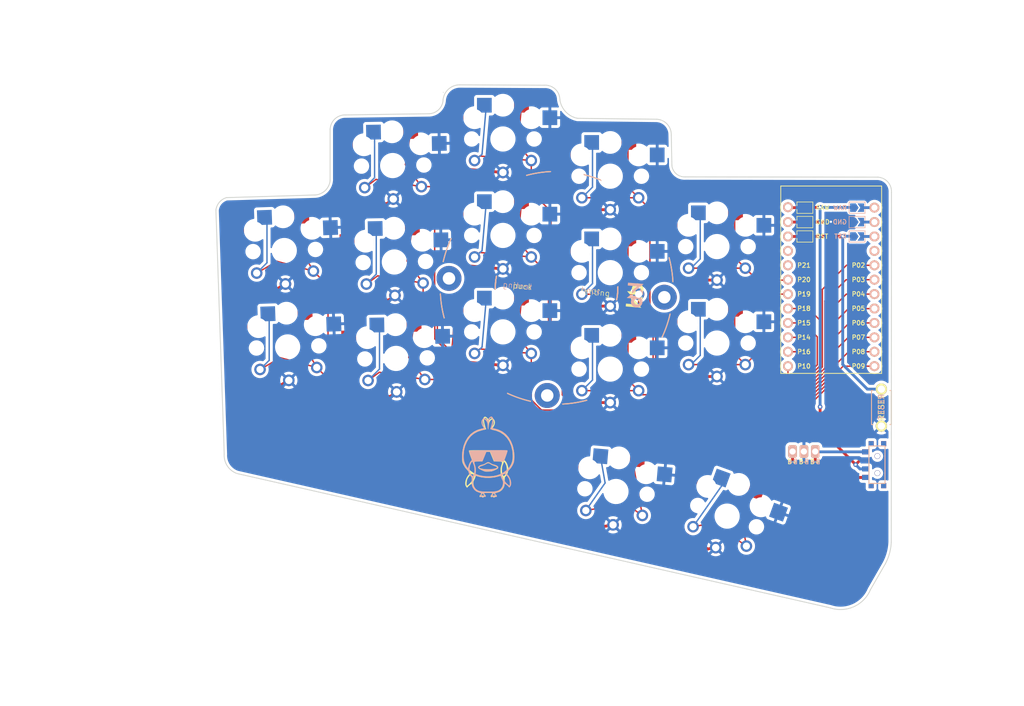
<source format=kicad_pcb>
(kicad_pcb (version 20211014) (generator pcbnew)
  (title_block (title "board") (rev "v1.0.0") (company "Unknown"))
  (layers (0 "F.Cu" signal) (31 "B.Cu" signal) (34 "B.Paste" user) (35 "F.Paste" user) (36 "B.SilkS" user "B.Silkscreen") (37 "F.SilkS" user "F.Silkscreen") (38 "B.Mask" user) (39 "F.Mask" user) (44 "Edge.Cuts" user))
  (net 0 "")
  (net 1 "P6")
  (net 2 "GND")
  (net 3 "P5")
  (net 4 "P4")
  (net 5 "P3")
  (net 6 "P2")
  (net 7 "P18")
  (net 8 "P15")
  (net 9 "P14")
  (net 10 "P16")
  (net 11 "P10")
  (net 12 "P19")
  (net 13 "P20")
  (net 14 "P21")
  (net 15 "P7")
  (net 16 "P8")
  (net 17 "P9")
  (net 18 "RAW")
  (net 19 "RST")
  (net 20 "Braw")
  (footprint "E73:SPDT_C128955" (layer "F.Cu") (at 162.50014 -55.844619 -90)
    (fp_text reference "T1" hide)
    (fp_text value "" hide)
  )
  (footprint "lib:bat" (layer "F.Cu") (at 149.545396 -58.163682)
    (fp_text reference "PAD1" hide)
    (fp_text value "" hide)
  )
  (footprint "kbd:ResetSW" (layer "F.Cu") (at 163.203191 -65.902519 90)
    (fp_text reference "B1" hide)
    (fp_text value "")
  )
  (footprint "PG1350" (layer "F.Cu") (at 77.063348 -108.562663 1)
    (fp_text reference "S11" hide)
    (fp_text value "" hide)
  )
  (footprint "PG1350" (layer "F.Cu") (at 136.010417 -46.770669 160)
    (fp_text reference "S34" hide)
    (fp_text value "" hide)
  )
  (footprint "PG1350" (layer "F.Cu") (at 96.495817 -96.246989)
    (fp_text reference "S15" hide)
    (fp_text value "" hide)
  )
  (footprint "PG1350" (layer "F.Cu") (at 115.411087 -89.686017)
    (fp_text reference "S21" hide)
    (fp_text value "" hide)
  )
  (footprint "PG1350" (layer "F.Cu") (at 77.656732 -74.567842 -179)
    (fp_text reference "S8" hide)
    (fp_text value "" hide)
  )
  (footprint "PG1350" (layer "F.Cu") (at 96.495817 -79.246989 180)
    (fp_text reference "S14" hide)
    (fp_text value "" hide)
  )
  (footprint "PG1350" (layer "F.Cu") (at 115.411087 -72.686017 180)
    (fp_text reference "S20" hide)
    (fp_text value "" hide)
  )
  (footprint "PG1350" (layer "F.Cu") (at 134.21828 -77.278852 180)
    (fp_text reference "S28" hide)
    (fp_text value "" hide)
  )
  (footprint "PG1350" (layer "F.Cu") (at 134.21828 -94.278852)
    (fp_text reference "S29" hide)
    (fp_text value "" hide)
  )
  (footprint "LOGO" (layer "F.Cu") (at 93.819755 -55.859733)
    (fp_text reference "G***" hide)
    (fp_text value "LOGO" hide)
  )
  (footprint "PG1350" (layer "F.Cu") (at 136.010417 -46.770669 -20)
    (fp_text reference "S33" hide)
    (fp_text value "" hide)
  )
  (footprint "PG1350" (layer "F.Cu") (at 77.656732 -74.567842 1)
    (fp_text reference "S7" hide)
    (fp_text value "" hide)
  )
  (footprint "E73:SPDT_C128955" (layer "F.Cu") (at 162.50014 -55.844619 -90)
    (fp_text reference "T2" hide)
    (fp_text value "" hide)
  )
  (footprint "PG1350" (layer "F.Cu") (at 57.955529 -93.584341 2)
    (fp_text reference "S5" hide)
    (fp_text value "" hide)
  )
  (footprint "PG1350" (layer "F.Cu") (at 134.21828 -77.278852)
    (fp_text reference "S27" hide)
    (fp_text value "" hide)
  )
  (footprint "PG1350" (layer "F.Cu") (at 77.36004 -91.565253 1)
    (fp_text reference "S9" hide)
    (fp_text value "" hide)
  )
  (footprint "PG1350" (layer "F.Cu") (at 96.495817 -96.246989 180)
    (fp_text reference "S16" hide)
    (fp_text value "" hide)
  )
  (footprint "PG1350" (layer "F.Cu") (at 134.21828 -94.278852 180)
    (fp_text reference "S30" hide)
    (fp_text value "" hide)
  )
  (footprint "PG1350" (layer "F.Cu") (at 96.495817 -79.246989)
    (fp_text reference "S13" hide)
    (fp_text value "" hide)
  )
  (footprint "PG1350" (layer "F.Cu") (at 115.411087 -106.686017 180)
    (fp_text reference "S24" hide)
    (fp_text value "" hide)
  )
  (footprint "PG1350" (layer "F.Cu") (at 96.495818 -113.246989)
    (fp_text reference "S17" hide)
    (fp_text value "" hide)
  )
  (footprint "PG1350" (layer "F.Cu") (at 58.54882 -76.594695 -178)
    (fp_text reference "S4" hide)
    (fp_text value "" hide)
  )
  (footprint "PG1350" (layer "F.Cu") (at 77.36004 -91.565253 -179)
    (fp_text reference "S10" hide)
    (fp_text value "" hide)
  )
  (footprint "PG1350" (layer "F.Cu") (at 115.411087 -89.686017 180)
    (fp_text reference "S22" hide)
    (fp_text value "" hide)
  )
  (footprint "PG1350" (layer "F.Cu") (at 116.421084 -51.11352 -5)
    (fp_text reference "S31" hide)
    (fp_text value "" hide)
  )
  (footprint "ProMicro" (layer "F.Cu") (at 154.357213 -87.172542 -90)
    (fp_text reference "MCU1" hide)
    (fp_text value "" hide)
  )
  (footprint "PG1350" (layer "F.Cu") (at 58.54882 -76.594695 2)
    (fp_text reference "S3" hide)
    (fp_text value "" hide)
  )
  (footprint "PG1350" (layer "F.Cu") (at 116.421084 -51.11352 175)
    (fp_text reference "S32" hide)
    (fp_text value "" hide)
  )
  (footprint "Alaa:Tenting_Puck_3_Holes" (layer "F.Cu") (at 105.965785 -87.013971 85)
    (fp_text reference "REF**")
    (fp_text value "Tenting Puck")
  )
  (footprint "PG1350" (layer "F.Cu") (at 77.063348 -108.562663 -179)
    (fp_text reference "S12" hide)
    (fp_text value "" hide)
  )
  (footprint "PG1350" (layer "F.Cu") (at 115.411087 -106.686017)
    (fp_text reference "S23" hide)
    (fp_text value "" hide)
  )
  (footprint "PG1350" (layer "F.Cu") (at 57.955529 -93.584341 -178)
    (fp_text reference "S6" hide)
    (fp_text value "" hide)
  )
  (footprint "PG1350" (layer "F.Cu") (at 115.411087 -72.686017)
    (fp_text reference "S19" hide)
    (fp_text value "" hide)
  )
  (footprint "PG1350" (layer "F.Cu") (at 96.495818 -113.246989 180)
    (fp_text reference "S18" hide)
    (fp_text value "" hide)
  )
  (footprint "LOGO" (layer "B.Cu") (at 93.98 -55.88 180)
    (fp_text reference "G***" hide)
    (fp_text value "LOGO" hide)
  )
  (gr_line (start 68.760709 -117.48876) (end 83.499889 -117.70082) (layer "Edge.Cuts") (width 0.15))
  (gr_arc (start 123.633938 -116.727707) (mid 125.468731 -115.844155) (end 126.173938 -113.933707) (layer "Edge.Cuts") (width 0.15))
  (gr_arc (start 45.903154 -100.692675) (mid 46.504256 -102.087602) (end 47.778238 -102.914716) (layer "Edge.Cuts") (width 0.15))
  (gr_line (start 47.778238 -102.914716) (end 63.378038 -103.378028) (layer "Edge.Cuts") (width 0.15))
  (gr_line (start 109.640342 -116.893075) (end 123.633938 -116.727707) (layer "Edge.Cuts") (width 0.15))
  (gr_arc (start 109.640342 -116.893075) (mid 107.566014 -118.036124) (end 106.534791 -120.168254) (layer "Edge.Cuts") (width 0.15))
  (gr_line (start 162.601024 -106.517136) (end 128.620269 -106.570579) (layer "Edge.Cuts") (width 0.15))
  (gr_arc (start 128.620269 -106.570579) (mid 127.041627 -107.111307) (end 126.278191 -108.591103) (layer "Edge.Cuts") (width 0.15))
  (gr_line (start 88.862297 -122.794691) (end 103.766218 -122.722334) (layer "Edge.Cuts") (width 0.15))
  (gr_arc (start 161.293836 -33.836882) (mid 158.364775 -30.813204) (end 154.160162 -30.605326) (layer "Edge.Cuts") (width 0.15))
  (gr_line (start 154.160162 -30.605326) (end 49.653109 -54.268601) (layer "Edge.Cuts") (width 0.15))
  (gr_line (start 45.903154 -100.692675) (end 47.370368 -57.714638) (layer "Edge.Cuts") (width 0.15))
  (gr_arc (start 49.653109 -54.268601) (mid 47.925663 -55.603388) (end 47.370368 -57.714638) (layer "Edge.Cuts") (width 0.15))
  (gr_arc (start 164.948263 -42.16671) (mid 164.641092 -40.215116) (end 163.908833 -38.380214) (layer "Edge.Cuts") (width 0.15))
  (gr_line (start 85.98719 -121.474863) (end 85.98719 -121.474863) (layer "Edge.Cuts") (width 0.15))
  (gr_arc (start 66.039663 -106.014304) (mid 65.207976 -104.192241) (end 63.378038 -103.378028) (layer "Edge.Cuts") (width 0.15))
  (gr_line (start 164.948263 -42.16671) (end 164.982296 -103.812548) (layer "Edge.Cuts") (width 0.15))
  (gr_arc (start 103.766218 -122.722334) (mid 105.706117 -122.047549) (end 106.534791 -120.168254) (layer "Edge.Cuts") (width 0.15))
  (gr_line (start 161.293836 -33.836882) (end 163.908833 -38.380214) (layer "Edge.Cuts") (width 0.15))
  (gr_line (start 66.039663 -114.976857) (end 66.039663 -106.014304) (layer "Edge.Cuts") (width 0.15))
  (gr_arc (start 85.948006 -120.207771) (mid 85.221589 -118.47165) (end 83.499889 -117.70082) (layer "Edge.Cuts") (width 0.15))
  (gr_line (start 126.278191 -108.591103) (end 126.173938 -113.933707) (layer "Edge.Cuts") (width 0.15))
  (gr_arc (start 162.601024 -106.517136) (mid 164.353984 -105.659944) (end 164.982296 -103.812548) (layer "Edge.Cuts") (width 0.15))
  (gr_arc (start 66.039663 -114.976857) (mid 66.885307 -116.79055) (end 68.760709 -117.48876) (layer "Edge.Cuts") (width 0.15))
  (gr_arc (start 85.948006 -120.207771) (mid 86.918958 -122.048954) (end 88.862297 -122.794691) (layer "Edge.Cuts") (width 0.15))
  (segment (start 161.977213 -80.822542) (end 157.527339 -80.822542) (width 0.25) (layer "F.Cu") (net 1))
  (segment (start 63.085101 -89.961153) (end 56.672 -91.679537) (width 0.25) (layer "F.Cu") (net 1))
  (segment (start 61.020881 -99.645012) (end 59.902943 -95.47281) (width 0.25) (layer "F.Cu") (net 1))
  (segment (start 124.592825 -65.010791) (end 121.686138 -62.104105) (width 0.25) (layer "F.Cu") (net 1))
  (segment (start 56.672 -91.679537) (end 53.091193 -89.612157) (width 0.25) (layer "F.Cu") (net 1))
  (segment (start 59.902943 -95.47281) (end 63.085101 -89.961153) (width 0.25) (layer "F.Cu") (net 1))
  (segment (start 157.527339 -80.822542) (end 154.628374 -77.923577) (width 0.25) (layer "F.Cu") (net 1))
  (segment (start 147.293059 -65.010791) (end 124.592825 -65.010791) (width 0.25) (layer "F.Cu") (net 1))
  (segment (start 108.250914 -63.666865) (end 102.561997 -63.666865) (width 0.25) (layer "F.Cu") (net 1))
  (segment (start 154.628374 -77.923577) (end 154.628374 -72.346106) (width 0.25) (layer "F.Cu") (net 1))
  (segment (start 71.49675 -65.788867) (end 65.666218 -71.6194) (width 0.25) (layer "F.Cu") (net 1))
  (segment (start 65.666218 -71.6194) (end 65.666218 -87.380036) (width 0.25) (layer "F.Cu") (net 1))
  (segment (start 109.813674 -62.104105) (end 108.250914 -63.666865) (width 0.25) (layer "F.Cu") (net 1))
  (segment (start 154.628374 -72.346106) (end 147.293059 -65.010791) (width 0.25) (layer "F.Cu") (net 1))
  (segment (start 102.561997 -63.666865) (end 100.432043 -65.796819) (width 0.25) (layer "F.Cu") (net 1))
  (segment (start 100.432043 -65.796819) (end 87.231438 -65.796819) (width 0.25) (layer "F.Cu") (net 1))
  (segment (start 87.223486 -65.788867) (end 71.49675 -65.788867) (width 0.25) (layer "F.Cu") (net 1))
  (segment (start 87.231438 -65.796819) (end 87.223486 -65.788867) (width 0.25) (layer "F.Cu") (net 1))
  (segment (start 121.686138 -62.104105) (end 109.813674 -62.104105) (width 0.25) (layer "F.Cu") (net 1))
  (segment (start 65.666218 -87.380036) (end 63.085101 -89.961153) (width 0.25) (layer "F.Cu") (net 1))
  (segment (start 54.90704 -91.428005) (end 53.091193 -89.612158) (width 0.25) (layer "B.Cu") (net 1))
  (segment (start 54.90704 -98.984253) (end 54.90704 -91.428005) (width 0.25) (layer "B.Cu") (net 1))
  (segment (start 54.474872 -99.416421) (end 54.90704 -98.984253) (width 0.25) (layer "B.Cu") (net 1))
  (segment (start 69.265448 -110.482908) (end 68.60196 -111.396121) (width 0.5) (layer "F.Cu") (net 2))
  (segment (start 96.495817 -73.346988) (end 90.063534 -73.90974) (width 0.5) (layer "F.Cu") (net 2))
  (segment (start 134.21828 -88.378852) (end 127.851901 -88.378852) (width 0.5) (layer "F.Cu") (net 2))
  (segment (start 68.54279 -105.920223) (end 69.265448 -110.482908) (width 0.5) (layer "F.Cu") (net 2))
  (segment (start 128.490798 -71.378852) (end 125.94328 -73.92637) (width 0.5) (layer "F.Cu") (net 2))
  (segment (start 77.463009 -85.666151) (end 76.300581 -84.821598) (width 0.5) (layer "F.Cu") (net 2))
  (segment (start 125.94328 -90.287473) (end 125.94328 -98.028852) (width 0.5) (layer "F.Cu") (net 2))
  (segment (start 68.60196 -111.396121) (end 68.724162 -112.167674) (width 0.5) (layer "F.Cu") (net 2))
  (segment (start 70.939751 -102.62109) (end 68.54279 -105.920223) (width 0.5) (layer "F.Cu") (net 2))
  (segment (start 76.300581 -84.821598) (end 70.510508 -85.738655) (width 0.5) (layer "F.Cu") (net 2))
  (segment (start 107.989666 -75.582438) (end 107.136087 -76.436017) (width 0.5) (layer "F.Cu") (net 2))
  (segment (start 71.178441 -68.682446) (end 68.416507 -72.483922) (width 0.5) (layer "F.Cu") (net 2))
  (segment (start 90.063534 -73.90974) (end 87.674843 -76.756471) (width 0.5) (layer "F.Cu") (net 2))
  (segment (start 50.797124 -78.169754) (end 50.008985 -79.534853) (width 0.5) (layer "F.Cu") (net 2))
  (segment (start 128.386883 -43.911271) (end 127.316454 -49.981975) (width 0.5) (layer "F.Cu") (net 2))
  (segment (start 109.079387 -46.196962) (end 107.643404 -54.340825) (width 0.5) (layer "F.Cu") (net 2))
  (segment (start 115.411087 -66.786017) (end 109.81576 -66.786017) (width 0.5) (layer "F.Cu") (net 2))
  (segment (start 58.754726 -70.698291) (end 57.1119 -69.749804) (width 0.5) (layer "F.Cu") (net 2))
  (segment (start 76.597272 -67.824186) (end 71.178441 -68.682446) (width 0.5) (layer "F.Cu") (net 2))
  (segment (start 109.81576 -66.786017) (end 107.989666 -68.612111) (width 0.5) (layer "F.Cu") (net 2))
  (segment (start 115.411087 -83.786017) (end 108.973745 -83.786017) (width 0.5) (layer "F.Cu") (net 2))
  (segment (start 77.7597 -68.66874) (end 76.597272 -67.824186) (width 0.5) (layer "F.Cu") (net 2))
  (segment (start 57.1119 -69.749804) (end 52.225845 -71.059019) (width 0.5) (layer "F.Cu") (net 2))
  (segment (start 76.003891 -101.819009) (end 70.939751 -102.62109) (width 0.5) (layer "F.Cu") (net 2))
  (segment (start 115.906865 -45.235972) (end 111.54918 -44.467594) (width 0.5) (layer "F.Cu") (net 2))
  (segment (start 52.225845 -71.059019) (end 49.948656 -75.003224) (width 0.5) (layer "F.Cu") (net 2))
  (segment (start 134.21828 -71.378852) (end 128.490798 -71.378852) (width 0.5) (layer "F.Cu") (net 2))
  (segment (start 107.136087 -103.216201) (end 107.136087 -110.436017) (width 0.5) (layer "F.Cu") (net 2))
  (segment (start 89.868208 -107.926829) (end 89.834546 -107.898584) (width 0.5) (layer "F.Cu") (net 2))
  (segment (start 96.495818 -107.346989) (end 89.868208 -107.926829) (width 0.5) (layer "F.Cu") (net 2))
  (segment (start 115.411087 -100.786017) (end 109.566271 -100.786017) (width 0.5) (layer "F.Cu") (net 2))
  (segment (start 70.510508 -85.738655) (end 68.061016 -89.110091) (width 0.5) (layer "F.Cu") (net 2))
  (segment (start 87.651732 -93.492315) (end 88.220817 -99.996988) (width 0.5) (layer "F.Cu") (net 2))
  (segment (start 68.061016 -89.110091) (end 69.020854 -95.170263) (width 0.5) (layer "F.Cu") (net 2))
  (segment (start 50.008985 -79.534853) (end 50.147987 -80.053618) (width 0.5) (layer "F.Cu") (net 2))
  (segment (start 127.316454 -49.981975) (end 129.517036 -53.124733) (width 0.5) (layer "F.Cu") (net 2))
  (segment (start 111.54918 -44.467594) (end 109.079387 -46.196962) (width 0.5) (layer "F.Cu") (net 2))
  (segment (start 132.577487 -40.976978) (end 128.386883 -43.911271) (width 0.5) (layer "F.Cu") (net 2))
  (segment (start 107.989666 -68.612111) (end 107.989666 -75.582438) (width 0.5) (layer "F.Cu") (net 2))
  (segment (start 154.256703 -98.602542) (end 150.44369 -98.602542) (width 0.5) (layer "F.Cu") (net 2))
  (segment (start 108.15356 -76.015027) (end 107.136087 -77.0325) (width 0.5) (layer "F.Cu") (net 2))
  (segment (start 109.566271 -100.786017) (end 107.136087 -103.216201) (width 0.5) (layer "F.Cu") (net 2))
  (segment (start 96.495817 -90.346988) (end 89.799377 -90.932851) (width 0.5) (layer "F.Cu") (net 2))
  (segment (start 51.559059 -87.521607) (end 49.177102 -91.647279) (width 0.5) (layer "F.Cu") (net 2))
  (segment (start 87.674843 -76.756471) (end 88.220817 -82.996988) (width 0.5) (layer "F.Cu") (net 2))
  (segment (start 89.799377 -90.932851) (end 87.651732 -93.492315) (width 0.5) (layer "F.Cu") (net 2))
  (segment (start 108.973745 -83.786017) (end 107.136087 -85.623675) (width 0.5) (layer "F.Cu") (net 2))
  (segment (start 154.304587 -98.650426) (end 154.256703 -98.602542) (width 0.5) (layer "F.Cu") (net 2))
  (segment (start 127.851901 -88.378852) (end 125.94328 -90.287473) (width 0.5) (layer "F.Cu") (net 2))
  (segment (start 49.177102 -91.647279) (end 50.284328 -95.779502) (width 0.5) (layer "F.Cu") (net 2))
  (segment (start 89.834546 -107.898584) (end 87.652338 -110.499238) (width 0.5) (layer "F.Cu") (net 2))
  (segment (start 58.161435 -87.687934) (end 55.871798 -86.366011) (width 0.5) (layer "F.Cu") (net 2))
  (segment (start 77.166318 -102.663562) (end 76.003891 -101.819009) (width 0.5) (layer "F.Cu") (net 2))
  (segment (start 133.992498 -41.226483) (end 132.577487 -40.976978) (width 0.5) (layer "F.Cu") (net 2))
  (segment (start 68.416507 -72.483922) (end 69.317544 -78.172851) (width 0.5) (layer "F.Cu") (net 2))
  (segment (start 55.871798 -86.366011) (end 51.559059 -87.521607) (width 0.5) (layer "F.Cu") (net 2))
  (segment (start 107.136087 -85.623675) (end 107.136087 -93.436017) (width 0.5) (layer "F.Cu") (net 2))
  (segment (start 50.284328 -95.779502) (end 49.554696 -97.043263) (width 0.5) (layer "F.Cu") (net 2))
  (segment (start 49.948656 -75.003224) (end 50.797124 -78.169754) (width 0.5) (layer "F.Cu") (net 2))
  (segment (start 125.94328 -73.92637) (end 125.94328 -81.028852) (width 0.5) (layer "F.Cu") (net 2))
  (segment (start 87.652338 -110.499238) (end 88.220818 -116.996988) (width 0.5) (layer "F.Cu") (net 2))
  (via (at 154.304587 -98.650426) (size 0.8) (drill 0.4) (layers "F.Cu" "B.Cu") (net 2))
  (segment (start 154.329345 -98.675184) (end 154.329345 -64.825511) (width 0.5) (layer "B.Cu") (net 2))
  (segment (start 149.545396 -60.041562) (end 149.545396 -58.163682) (width 0.5) (layer "B.Cu") (net 2))
  (segment (start 154.329345 -64.825511) (end 149.545396 -60.041562) (width 0.5) (layer "B.Cu") (net 2))
  (segment (start 154.304587 -98.650426) (end 154.329345 -98.675184) (width 0.5) (layer "B.Cu") (net 2))
  (segment (start 154.329345 -98.675184) (end 158.139502 -98.675184) (width 0.5) (layer "B.Cu") (net 2))
  (segment (start 82.72229 -70.855683) (end 91.007423 -70.855683) (width 0.25) (layer "F.Cu") (net 3))
  (segment (start 121.499941 -62.553625) (end 124.406628 -65.460311) (width 0.25) (layer "F.Cu") (net 3))
  (segment (start 102.748195 -64.116385) (end 108.437111 -64.116385) (width 0.25) (layer "F.Cu") (net 3))
  (segment (start 124.406628 -65.460311) (end 147.106862 -65.460311) (width 0.25) (layer "F.Cu") (net 3))
  (segment (start 109.999871 -62.553625) (end 121.499941 -62.553625) (width 0.25) (layer "F.Cu") (net 3))
  (segment (start 79.902789 -74.73639) (end 82.722289 -70.855682) (width 0.25) (layer "F.Cu") (net 3))
  (segment (start 91.007423 -70.855683) (end 95.616768 -66.246339) (width 0.25) (layer "F.Cu") (net 3))
  (segment (start 108.437111 -64.116385) (end 109.999871 -62.553625) (width 0.25) (layer "F.Cu") (net 3))
  (segment (start 157.383378 -83.345369) (end 161.96004 -83.345369) (width 0.25) (layer "F.Cu") (net 3))
  (segment (start 82.722289 -70.855682) (end 74.710558 -72.124615) (width 0.25) (layer "F.Cu") (net 3))
  (segment (start 154.178854 -80.140845) (end 157.383378 -83.345369) (width 0.25) (layer "F.Cu") (net 3))
  (segment (start 80.82739 -80.574092) (end 79.902789 -74.73639) (width 0.25) (layer "F.Cu") (net 3))
  (segment (start 147.106862 -65.460311) (end 154.178854 -72.532303) (width 0.25) (layer "F.Cu") (net 3))
  (segment (start 74.710558 -72.124615) (end 72.723811 -70.68116) (width 0.25) (layer "F.Cu") (net 3))
  (segment (start 154.178854 -72.532303) (end 154.178854 -80.140845) (width 0.25) (layer "F.Cu") (net 3))
  (segment (start 100.618241 -66.246339) (end 102.748195 -64.116385) (width 0.25) (layer "F.Cu") (net 3))
  (segment (start 95.616768 -66.246339) (end 100.618241 -66.246339) (width 0.25) (layer "F.Cu") (net 3))
  (segment (start 74.742023 -79.996145) (end 74.742023 -72.699369) (width 0.25) (layer "B.Cu") (net 3))
  (segment (start 74.278389 -80.459779) (end 74.742023 -79.996145) (width 0.25) (layer "B.Cu") (net 3))
  (segment (start 74.742023 -72.699369) (end 72.723813 -70.681159) (width 0.25) (layer "B.Cu") (net 3))
  (segment (start 161.974956 -85.904799) (end 161.977213 -85.902542) (width 0.25) (layer "F.Cu") (net 4))
  (segment (start 157.024799 -85.904799) (end 161.974956 -85.904799) (width 0.25) (layer "F.Cu") (net 4))
  (segment (start 124.220427 -65.909831) (end 146.920664 -65.909831) (width 0.25) (layer "F.Cu") (net 4))
  (segment (start 79.606098 -91.733801) (end 82.425597 -87.853093) (width 0.25) (layer "F.Cu") (net 4))
  (segment (start 95.802965 -66.695859) (end 100.804437 -66.695859) (width 0.25) (layer "F.Cu") (net 4))
  (segment (start 121.313741 -63.003145) (end 124.220427 -65.909831) (width 0.25) (layer "F.Cu") (net 4))
  (segment (start 80.5307 -97.571504) (end 79.606098 -91.733801) (width 0.25) (layer "F.Cu") (net 4))
  (segment (start 110.186071 -63.003145) (end 121.313741 -63.003145) (width 0.25) (layer "F.Cu") (net 4))
  (segment (start 153.729334 -72.718501) (end 153.729334 -82.609334) (width 0.25) (layer "F.Cu") (net 4))
  (segment (start 82.425598 -84.787864) (end 84.487342 -82.72612) (width 0.25) (layer "F.Cu") (net 4))
  (segment (start 100.804437 -66.695859) (end 102.934392 -64.565905) (width 0.25) (layer "F.Cu") (net 4))
  (segment (start 102.934392 -64.565905) (end 108.623311 -64.565905) (width 0.25) (layer "F.Cu") (net 4))
  (segment (start 153.729334 -82.609334) (end 157.024799 -85.904799) (width 0.25) (layer "F.Cu") (net 4))
  (segment (start 84.487342 -78.011481) (end 95.802965 -66.695859) (width 0.25) (layer "F.Cu") (net 4))
  (segment (start 108.623311 -64.565905) (end 110.186071 -63.003145) (width 0.25) (layer "F.Cu") (net 4))
  (segment (start 84.487342 -82.72612) (end 84.487342 -78.011481) (width 0.25) (layer "F.Cu") (net 4))
  (segment (start 82.425597 -87.853093) (end 74.413868 -89.122027) (width 0.25) (layer "F.Cu") (net 4))
  (segment (start 82.425598 -87.853094) (end 82.425598 -84.787864) (width 0.25) (layer "F.Cu") (net 4))
  (segment (start 74.413868 -89.122027) (end 72.427121 -87.67857) (width 0.25) (layer "F.Cu") (net 4))
  (segment (start 146.920664 -65.909831) (end 153.729334 -72.718501) (width 0.25) (layer "F.Cu") (net 4))
  (segment (start 73.981698 -97.457189) (end 74.169876 -97.269011) (width 0.25) (layer "B.Cu") (net 4))
  (segment (start 74.169876 -89.421325) (end 72.427121 -87.67857) (width 0.25) (layer "B.Cu") (net 4))
  (segment (start 74.169876 -97.269011) (end 74.169876 -89.421325) (width 0.25) (layer "B.Cu") (net 4))
  (segment (start 74.117177 -106.119438) (end 72.130429 -104.675981) (width 0.25) (layer "F.Cu") (net 5))
  (segment (start 103.120589 -65.015425) (end 108.809508 -65.015425) (width 0.25) (layer "F.Cu") (net 5))
  (segment (start 80.234009 -114.568915) (end 79.309407 -108.731213) (width 0.25) (layer "F.Cu") (net 5))
  (segment (start 95.989162 -67.145379) (end 100.990635 -67.145379) (width 0.25) (layer "F.Cu") (net 5))
  (segment (start 124.03423 -66.359351) (end 146.734466 -66.359351) (width 0.25) (layer "F.Cu") (net 5))
  (segment (start 146.734466 -66.359351) (end 153.249052 -72.873937) (width 0.25) (layer "F.Cu") (net 5))
  (segment (start 153.249052 -72.873937) (end 153.249052 -84.703008) (width 0.25) (layer "F.Cu") (net 5))
  (segment (start 82.128906 -104.850504) (end 83.752308 -104.850504) (width 0.25) (layer "F.Cu") (net 5))
  (segment (start 153.249052 -84.703008) (end 156.988586 -88.442542) (width 0.25) (layer "F.Cu") (net 5))
  (segment (start 84.463765 -83.385414) (end 84.936862 -82.912317) (width 0.25) (layer "F.Cu") (net 5))
  (segment (start 82.128907 -104.850504) (end 74.117177 -106.119438) (width 0.25) (layer "F.Cu") (net 5))
  (segment (start 121.127543 -63.452665) (end 124.03423 -66.359351) (width 0.25) (layer "F.Cu") (net 5))
  (segment (start 108.809508 -65.015425) (end 110.372268 -63.452665) (width 0.25) (layer "F.Cu") (net 5))
  (segment (start 83.752308 -104.850504) (end 84.463765 -104.139047) (width 0.25) (layer "F.Cu") (net 5))
  (segment (start 84.936862 -82.912317) (end 84.936862 -78.197679) (width 0.25) (layer "F.Cu") (net 5))
  (segment (start 110.372268 -63.452665) (end 121.127543 -63.452665) (width 0.25) (layer "F.Cu") (net 5))
  (segment (start 156.988586 -88.442542) (end 161.977213 -88.442542) (width 0.25) (layer "F.Cu") (net 5))
  (segment (start 100.990635 -67.145379) (end 103.120589 -65.015425) (width 0.25) (layer "F.Cu") (net 5))
  (segment (start 79.309407 -108.731213) (end 82.128907 -104.850504) (width 0.25) (layer "F.Cu") (net 5))
  (segment (start 84.463765 -104.139047) (end 84.463765 -83.385414) (width 0.25) (layer "F.Cu") (net 5))
  (segment (start 84.936862 -78.197679) (end 95.989162 -67.145379) (width 0.25) (layer "F.Cu") (net 5))
  (segment (start 73.873184 -106.418736) (end 72.130429 -104.675981) (width 0.25) (layer "B.Cu") (net 5))
  (segment (start 73.685006 -114.454599) (end 73.873184 -114.266421) (width 0.25) (layer "B.Cu") (net 5))
  (segment (start 73.873184 -114.266421) (end 73.873184 -106.418736) (width 0.25) (layer "B.Cu") (net 5))
  (segment (start 92.44002 -76.239268) (end 91.495817 -75.446988) (width 0.25) (layer "F.Cu") (net 6))
  (segment (start 123.848033 -66.808871) (end 146.548268 -66.808871) (width 0.25) (layer "F.Cu") (net 6))
  (segment (start 152.799532 -86.738477) (end 157.043597 -90.982542) (width 0.25) (layer "F.Cu") (net 6))
  (segment (start 108.995705 -65.464945) (end 110.558465 -63.902185) (width 0.25) (layer "F.Cu") (net 6))
  (segment (start 101.495817 -75.446989) (end 99.16122 -78.229254) (width 0.25) (layer "F.Cu") (net 6))
  (segment (start 99.16122 -78.229254) (end 99.770817 -85.196989) (width 0.25) (layer "F.Cu") (net 6))
  (segment (start 146.548268 -66.808871) (end 152.799532 -73.060135) (width 0.25) (layer "F.Cu") (net 6))
  (segment (start 110.558465 -63.902185) (end 120.941347 -63.902185) (width 0.25) (layer "F.Cu") (net 6))
  (segment (start 120.941347 -63.902185) (end 123.848033 -66.808871) (width 0.25) (layer "F.Cu") (net 6))
  (segment (start 103.306786 -65.464945) (end 108.995705 -65.464945) (width 0.25) (layer "F.Cu") (net 6))
  (segment (start 157.043597 -90.982542) (end 161.977213 -90.982542) (width 0.25) (layer "F.Cu") (net 6))
  (segment (start 101.495817 -75.446989) (end 92.44002 -76.239268) (width 0.25) (layer "F.Cu") (net 6))
  (segment (start 101.495817 -67.275914) (end 103.306786 -65.464945) (width 0.25) (layer "F.Cu") (net 6))
  (segment (start 101.495817 -75.446989) (end 101.495817 -67.275914) (width 0.25) (layer "F.Cu") (net 6))
  (segment (start 152.799532 -73.060135) (end 152.799532 -86.738477) (width 0.25) (layer "F.Cu") (net 6))
  (segment (start 92.813707 -76.55283) (end 91.495817 -75.446988) (width 0.25) (layer "B.Cu") (net 6))
  (segment (start 93.220818 -85.196988) (end 93.537006 -84.82017) (width 0.25) (layer "B.Cu") (net 6))
  (segment (start 93.537006 -84.82017) (end 92.813707 -76.55283) (width 0.25) (layer "B.Cu") (net 6))
  (segment (start 120.755149 -64.351705) (end 123.661836 -67.258391) (width 0.25) (layer "F.Cu") (net 7))
  (segment (start 146.36207 -67.258391) (end 152.350012 -73.246333) (width 0.25) (layer "F.Cu") (net 7))
  (segment (start 152.350012 -81.329988) (end 150.317458 -83.362542) (width 0.25) (layer "F.Cu") (net 7))
  (segment (start 104.52868 -89.414126) (end 104.52868 -73.670546) (width 0.25) (layer "F.Cu") (net 7))
  (segment (start 101.495817 -92.446989) (end 92.440019 -93.239269) (width 0.25) (layer "F.Cu") (net 7))
  (segment (start 99.161219 -95.229254) (end 101.495817 -92.446989) (width 0.25) (layer "F.Cu") (net 7))
  (segment (start 106.965626 -68.130741) (end 110.744662 -64.351705) (width 0.25) (layer "F.Cu") (net 7))
  (segment (start 106.965626 -71.2336) (end 106.965626 -68.130741) (width 0.25) (layer "F.Cu") (net 7))
  (segment (start 150.317458 -83.362542) (end 146.737213 -83.362542) (width 0.25) (layer "F.Cu") (net 7))
  (segment (start 152.350012 -73.246333) (end 152.350012 -81.329988) (width 0.25) (layer "F.Cu") (net 7))
  (segment (start 104.52868 -73.670546) (end 106.965626 -71.2336) (width 0.25) (layer "F.Cu") (net 7))
  (segment (start 99.770817 -102.196989) (end 99.161219 -95.229254) (width 0.25) (layer "F.Cu") (net 7))
  (segment (start 101.495817 -92.446989) (end 104.52868 -89.414126) (width 0.25) (layer "F.Cu") (net 7))
  (segment (start 110.744662 -64.351705) (end 120.755149 -64.351705) (width 0.25) (layer "F.Cu") (net 7))
  (segment (start 92.440019 -93.239269) (end 91.495817 -92.446988) (width 0.25) (layer "F.Cu") (net 7))
  (segment (start 123.661836 -67.258391) (end 146.36207 -67.258391) (width 0.25) (layer "F.Cu") (net 7))
  (segment (start 92.813707 -93.55283) (end 91.495817 -92.446988) (width 0.25) (layer "B.Cu") (net 7))
  (segment (start 93.220817 -102.196988) (end 93.537006 -101.82017) (width 0.25) (layer "B.Cu") (net 7))
  (segment (start 93.537006 -101.82017) (end 92.813707 -93.55283) (width 0.25) (layer "B.Cu") (net 7))
  (segment (start 123.475639 -67.707911) (end 146.175872 -67.707911) (width 0.25) (layer "F.Cu") (net 8))
  (segment (start 120.568951 -64.801225) (end 123.475639 -67.707911) (width 0.25) (layer "F.Cu") (net 8))
  (segment (start 104.9782 -73.856742) (end 107.415146 -71.419797) (width 0.25) (layer "F.Cu") (net 8))
  (segment (start 99.770818 -119.196989) (end 99.16122 -112.229254) (width 0.25) (layer "F.Cu") (net 8))
  (segment (start 107.415146 -68.316938) (end 110.930859 -64.801225) (width 0.25) (layer "F.Cu") (net 8))
  (segment (start 101.495818 -109.446989) (end 101.495818 -103.938308) (width 0.25) (layer "F.Cu") (net 8))
  (segment (start 146.175872 -67.707911) (end 151.900492 -73.432531) (width 0.25) (layer "F.Cu") (net 8))
  (segment (start 151.900492 -73.432531) (end 151.900492 -78.376564) (width 0.25) (layer "F.Cu") (net 8))
  (segment (start 92.44002 -110.239269) (end 91.495817 -109.446988) (width 0.25) (layer "F.Cu") (net 8))
  (segment (start 151.900492 -78.376564) (end 149.454514 -80.822542) (width 0.25) (layer "F.Cu") (net 8))
  (segment (start 104.9782 -100.455926) (end 104.9782 -73.856742) (width 0.25) (layer "F.Cu") (net 8))
  (segment (start 101.495818 -103.938308) (end 104.9782 -100.455926) (width 0.25) (layer "F.Cu") (net 8))
  (segment (start 149.454514 -80.822542) (end 146.737213 -80.822542) (width 0.25) (layer "F.Cu") (net 8))
  (segment (start 110.930859 -64.801225) (end 120.568951 -64.801225) (width 0.25) (layer "F.Cu") (net 8))
  (segment (start 107.415146 -71.419797) (end 107.415146 -68.316938) (width 0.25) (layer "F.Cu") (net 8))
  (segment (start 101.495817 -109.446989) (end 92.44002 -110.239269) (width 0.25) (layer "F.Cu") (net 8))
  (segment (start 99.16122 -112.229254) (end 101.495817 -109.446989) (width 0.25) (layer "F.Cu") (net 8))
  (segment (start 92.813708 -110.55283) (end 91.495817 -109.446988) (width 0.25) (layer "B.Cu") (net 8))
  (segment (start 93.537006 -118.82017) (end 92.813708 -110.55283) (width 0.25) (layer "B.Cu") (net 8))
  (segment (start 93.220818 -119.196988) (end 93.537006 -118.82017) (width 0.25) (layer "B.Cu") (net 8))
  (segment (start 151.450972 -75.858105) (end 151.450972 -73.618729) (width 0.25) (layer "F.Cu") (net 9))
  (segment (start 151.450972 -73.618729) (end 146.001033 -68.16879) (width 0.25) (layer "F.Cu") (net 9))
  (segment (start 120.411087 -68.886017) (end 110.411087 -68.886017) (width 0.25) (layer "F.Cu") (net 9))
  (segment (start 118.536566 -78.486496) (end 118.536566 -70.760538) (width 0.25) (layer "F.Cu") (net 9))
  (segment (start 121.128314 -68.16879) (end 120.411087 -68.886017) (width 0.25) (layer "F.Cu") (net 9))
  (segment (start 146.737213 -78.282542) (end 149.026535 -78.282542) (width 0.25) (layer "F.Cu") (net 9))
  (segment (start 149.026535 -78.282542) (end 151.450972 -75.858105) (width 0.25) (layer "F.Cu") (net 9))
  (segment (start 118.536566 -70.760538) (end 120.411087 -68.886017) (width 0.25) (layer "F.Cu") (net 9))
  (segment (start 146.001033 -68.16879) (end 121.128314 -68.16879) (width 0.25) (layer "F.Cu") (net 9))
  (segment (start 118.686087 -78.636017) (end 118.536566 -78.486496) (width 0.25) (layer "F.Cu") (net 9))
  (segment (start 112.285608 -79.029475) (end 112.285608 -70.760538) (width 0.25) (layer "B.Cu") (net 9))
  (segment (start 112.285608 -70.760538) (end 110.411087 -68.886017) (width 0.25) (layer "B.Cu") (net 9))
  (segment (start 118.536566 -87.760538) (end 120.411087 -85.886017) (width 0.25) (layer "F.Cu") (net 10))
  (segment (start 122.966194 -69.25978) (end 123.607665 -68.61831) (width 0.25) (layer "F.Cu") (net 10))
  (segment (start 110.411087 -85.886017) (end 120.411087 -85.886017) (width 0.25) (layer "F.Cu") (net 10))
  (segment (start 123.607665 -68.61831) (end 145.814835 -68.61831) (width 0.25) (layer "F.Cu") (net 10))
  (segment (start 118.536566 -95.486496) (end 118.536566 -87.760538) (width 0.25) (layer "F.Cu") (net 10))
  (segment (start 151.001452 -73.804926) (end 151.001452 -74.60109) (width 0.25) (layer "F.Cu") (net 10))
  (segment (start 145.814835 -68.61831) (end 151.001452 -73.804926) (width 0.25) (layer "F.Cu") (net 10))
  (segment (start 151.001452 -74.60109) (end 149.86 -75.742542) (width 0.25) (layer "F.Cu") (net 10))
  (segment (start 149.86 -75.742542) (end 146.737213 -75.742542) (width 0.25) (layer "F.Cu") (net 10))
  (segment (start 120.411087 -85.886017) (end 120.411087 -83.431958) (width 0.25) (layer "F.Cu") (net 10))
  (segment (start 118.686087 -95.636017) (end 118.536566 -95.486496) (width 0.25) (layer "F.Cu") (net 10))
  (segment (start 122.966194 -80.876851) (end 122.966194 -69.25978) (width 0.25) (layer "F.Cu") (net 10))
  (segment (start 120.411087 -83.431958) (end 122.966194 -80.876851) (width 0.25) (layer "F.Cu") (net 10))
  (segment (start 112.285608 -96.029475) (end 112.285608 -87.760538) (width 0.25) (layer "B.Cu") (net 10))
  (segment (start 112.285608 -87.760538) (end 110.411087 -85.886017) (width 0.25) (layer "B.Cu") (net 10))
  (segment (start 118.536566 -112.486496) (end 118.536566 -104.760538) (width 0.25) (layer "F.Cu") (net 11))
  (segment (start 122.404871 -100.892233) (end 122.404871 -82.073892) (width 0.25) (layer "F.Cu") (net 11))
  (segment (start 122.404871 -82.073892) (end 123.415714 -81.063048) (width 0.25) (layer "F.Cu") (net 11))
  (segment (start 123.415714 -81.063048) (end 123.415714 -69.445978) (width 0.25) (layer "F.Cu") (net 11))
  (segment (start 120.411087 -102.886017) (end 110.411087 -102.886017) (width 0.25) (layer "F.Cu") (net 11))
  (segment (start 145.628638 -69.06783) (end 146.737213 -70.176405) (width 0.25) (layer "F.Cu") (net 11))
  (segment (start 118.686087 -112.636017) (end 118.536566 -112.486496) (width 0.25) (layer "F.Cu") (net 11))
  (segment (start 123.415714 -69.445978) (end 123.793862 -69.06783) (width 0.25) (layer "F.Cu") (net 11))
  (segment (start 120.411087 -102.886017) (end 122.404871 -100.892233) (width 0.25) (layer "F.Cu") (net 11))
  (segment (start 123.793862 -69.06783) (end 145.628638 -69.06783) (width 0.25) (layer "F.Cu") (net 11))
  (segment (start 146.737213 -70.176405) (end 146.737213 -73.202542) (width 0.25) (layer "F.Cu") (net 11))
  (segment (start 118.536566 -104.760538) (end 120.411087 -102.886017) (width 0.25) (layer "F.Cu") (net 11))
  (segment (start 112.285608 -104.760538) (end 110.411087 -102.886017) (width 0.25) (layer "B.Cu") (net 11))
  (segment (start 112.285608 -113.029475) (end 112.285608 -104.760538) (width 0.25) (layer "B.Cu") (net 11))
  (segment (start 144.607863 -85.902542) (end 146.737213 -85.902542) (width 0.25) (layer "F.Cu") (net 12))
  (segment (start 137.343759 -75.353373) (end 137.343759 -83.079331) (width 0.25) (layer "F.Cu") (net 12))
  (segment (start 142.540891 -83.83557) (end 144.607863 -85.902542) (width 0.25) (layer "F.Cu") (net 12))
  (segment (start 142.540891 -76.801463) (end 142.540891 -83.83557) (width 0.25) (layer "F.Cu") (net 12))
  (segment (start 139.21828 -73.478852) (end 137.343759 -75.353373) (width 0.25) (layer "F.Cu") (net 12))
  (segment (start 137.343759 -83.079331) (end 137.49328 -83.228852) (width 0.25) (layer "F.Cu") (net 12))
  (segment (start 139.21828 -73.478852) (end 142.540891 -76.801463) (width 0.25) (layer "F.Cu") (net 12))
  (segment (start 129.21828 -73.478852) (end 139.21828 -73.478852) (width 0.25) (layer "F.Cu") (net 12))
  (segment (start 131.272946 -75.102108) (end 129.078705 -72.907867) (width 0.25) (layer "B.Cu") (net 12))
  (segment (start 131.272946 -82.188626) (end 131.272946 -75.102108) (width 0.25) (layer "B.Cu") (net 12))
  (segment (start 130.803705 -82.657867) (end 131.272946 -82.188626) (width 0.25) (layer "B.Cu") (net 12))
  (segment (start 141.329875 -88.367257) (end 146.661928 -88.367257) (width 0.25) (layer "F.Cu") (net 13))
  (segment (start 139.21828 -90.478852) (end 141.329875 -88.367257) (width 0.25) (layer "F.Cu") (net 13))
  (segment (start 137.343759 -92.353373) (end 137.343759 -100.079331) (width 0.25) (layer "F.Cu") (net 13))
  (segment (start 137.343759 -100.079331) (end 137.49328 -100.228852) (width 0.25) (layer "F.Cu") (net 13))
  (segment (start 139.21828 -90.478852) (end 137.343759 -92.353373) (width 0.25) (layer "F.Cu") (net 13))
  (segment (start 146.661928 -88.367257) (end 146.737213 -88.442542) (width 0.25) (layer "F.Cu") (net 13))
  (segment (start 129.21828 -90.478852) (end 139.21828 -90.478852) (width 0.25) (layer "F.Cu") (net 13))
  (segment (start 131.272946 -99.188626) (end 131.272946 -92.102108) (width 0.25) (layer "B.Cu") (net 13))
  (segment (start 129.64969 -90.478852) (end 129.21828 -90.478852) (width 0.25) (layer "B.Cu") (net 13))
  (segment (start 131.272946 -92.102108) (end 129.64969 -90.478852) (width 0.25) (layer "B.Cu") (net 13))
  (segment (start 130.803705 -99.657867) (end 131.272946 -99.188626) (width 0.25) (layer "B.Cu") (net 13))
  (segment (start 157.36057 -78.282542) (end 155.077894 -75.999866) (width 0.25) (layer "F.Cu") (net 15))
  (segment (start 60.496235 -78.483166) (end 63.678391 -72.971508) (width 0.25) (layer "F.Cu") (net 15))
  (segment (start 102.375799 -63.217345) (end 100.245845 -65.347299) (width 0.25) (layer "F.Cu") (net 15))
  (segment (start 161.977213 -78.282542) (end 157.36057 -78.282542) (width 0.25) (layer "F.Cu") (net 15))
  (segment (start 121.872335 -61.654585) (end 109.627476 -61.654585) (width 0.25) (layer "F.Cu") (net 15))
  (segment (start 124.779022 -64.561271) (end 121.872335 -61.654585) (width 0.25) (layer "F.Cu") (net 15))
  (segment (start 155.077894 -72.159908) (end 147.479257 -64.561271) (width 0.25) (layer "F.Cu") (net 15))
  (segment (start 147.479257 -64.561271) (end 124.779022 -64.561271) (width 0.25) (layer "F.Cu") (net 15))
  (segment (start 100.245845 -65.347299) (end 87.417636 -65.347299) (width 0.25) (layer "F.Cu") (net 15))
  (segment (start 109.627476 -61.654585) (end 108.064716 -63.217345) (width 0.25) (layer "F.Cu") (net 15))
  (segment (start 63.678391 -72.971508) (end 57.265292 -74.689892) (width 0.25) (layer "F.Cu") (net 15))
  (segment (start 87.417636 -65.347299) (end 87.409683 -65.339347) (width 0.25) (layer "F.Cu") (net 15))
  (segment (start 108.064716 -63.217345) (end 102.375799 -63.217345) (width 0.25) (layer "F.Cu") (net 15))
  (segment (start 57.265292 -74.689892) (end 53.684483 -72.622512) (width 0.25) (layer "F.Cu") (net 15))
  (segment (start 71.310552 -65.339347) (end 63.678392 -72.971507) (width 0.25) (layer "F.Cu") (net 15))
  (segment (start 87.409683 -65.339347) (end 71.310552 -65.339347) (width 0.25) (layer "F.Cu") (net 15))
  (segment (start 155.077894 -75.999866) (end 155.077894 -72.159908) (width 0.25) (layer "F.Cu") (net 15))
  (segment (start 61.614172 -82.655367) (end 60.496235 -78.483166) (width 0.25) (layer "F.Cu") (net 15))
  (segment (start 55.295514 -82.199424) (end 55.295514 -74.233542) (width 0.25) (layer "B.Cu") (net 15))
  (segment (start 55.295514 -74.233542) (end 53.684484 -72.622512) (width 0.25) (layer "B.Cu") (net 15))
  (segment (start 55.068163 -82.426775) (end 55.295514 -82.199424) (width 0.25) (layer "B.Cu") (net 15))
  (segment (start 155.527414 -73.853023) (end 155.527414 -71.97371) (width 0.25) (layer "F.Cu") (net 16))
  (segment (start 122.087342 -61.233873) (end 122.087342 -59.028778) (width 0.25) (layer "F.Cu") (net 16))
  (segment (start 118.072562 -48.991637) (end 111.108918 -47.763759) (width 0.25) (layer "F.Cu") (net 16))
  (segment (start 157.416933 -75.742542) (end 155.527414 -73.853023) (width 0.25) (layer "F.Cu") (net 16))
  (segment (start 121.070866 -46.892202) (end 118.072562 -48.991637) (width 0.25) (layer "F.Cu") (net 16))
  (segment (start 120.202198 -57.143634) (end 120.202198 -56.755443) (width 0.25) (layer "F.Cu") (net 16))
  (segment (start 147.665454 -64.111751) (end 124.96522 -64.111751) (width 0.25) (layer "F.Cu") (net 16))
  (segment (start 122.087342 -59.028778) (end 120.202198 -57.143634) (width 0.25) (layer "F.Cu") (net 16))
  (segment (start 124.96522 -64.111751) (end 122.087342 -61.233873) (width 0.25) (layer "F.Cu") (net 16))
  (segment (start 161.977213 -75.742542) (end 157.416933 -75.742542) (width 0.25) (layer "F.Cu") (net 16))
  (segment (start 119.506821 -55.762341) (end 121.070866 -46.892202) (width 0.25) (layer "F.Cu") (net 16))
  (segment (start 155.527414 -71.97371) (end 147.665454 -64.111751) (width 0.25) (layer "F.Cu") (net 16))
  (segment (start 113.677123 -57.326313) (end 114.50744 -52.617351) (width 0.25) (layer "B.Cu") (net 16))
  (segment (start 114.50744 -52.617351) (end 111.108918 -47.763759) (width 0.25) (layer "B.Cu") (net 16))
  (segment (start 141.12293 -57.862087) (end 141.12293 -51.241724) (width 0.25) (layer "F.Cu") (net 17))
  (segment (start 146.923074 -63.662231) (end 141.12293 -57.862087) (width 0.25) (layer "F.Cu") (net 17))
  (segment (start 155.976934 -72.716091) (end 155.976934 -71.787514) (width 0.25) (layer "F.Cu") (net 17))
  (segment (start 156.463385 -73.202542) (end 155.976934 -72.716091) (width 0.25) (layer "F.Cu") (net 17))
  (segment (start 133.616924 -45.545534) (end 130.012277 -44.909937) (width 0.25) (layer "F.Cu") (net 17))
  (segment (start 141.12293 -51.241724) (end 138.380313 -47.324862) (width 0.25) (layer "F.Cu") (net 17))
  (segment (start 155.976934 -71.787514) (end 147.851651 -63.662231) (width 0.25) (layer "F.Cu") (net 17))
  (segment (start 139.409203 -41.489736) (end 133.616924 -45.545534) (width 0.25) (layer "F.Cu") (net 17))
  (segment (start 161.977213 -73.202542) (end 156.463385 -73.202542) (width 0.25) (layer "F.Cu") (net 17))
  (segment (start 147.851651 -63.662231) (end 146.923074 -63.662231) (width 0.25) (layer "F.Cu") (net 17))
  (segment (start 138.380313 -47.324862) (end 139.409203 -41.489736) (width 0.25) (layer "F.Cu") (net 17))
  (segment (start 135.178467 -52.288021) (end 130.012277 -44.909937) (width 0.25) (layer "B.Cu") (net 17))
  (segment (start 134.967944 -53.481956) (end 135.178467 -52.288021) (width 0.25) (layer "B.Cu") (net 17))
  (segment (start 152.4 -62.118371) (end 158.661253 -55.857118) (width 0.5) (layer "F.Cu") (net 18))
  (segment (start 152.372041 -101.185184) (end 150.419502 -101.185184) (width 0.5) (layer "F.Cu") (net 18))
  (segment (start 152.4 -101.213143) (end 152.372041 -101.185184) (width 0.5) (layer "F.Cu") (net 18))
  (segment (start 158.661253 -55.857118) (end 158.661253 -55.844619) (width 0.5) (layer "F.Cu") (net 18))
  (segment (start 159.411253 -56.594619) (end 160.42514 -56.594619) (width 0.5) (layer "F.Cu") (net 18))
  (segment (start 152.4 -66.04) (end 152.4 -62.118371) (width 0.5) (layer "F.Cu") (net 18))
  (segment (start 158.661253 -55.844619) (end 159.411253 -56.594619) (width 0.5) (layer "F.Cu") (net 18))
  (via (at 158.661253 -55.844619) (size 0.8) (drill 0.4) (layers "F.Cu" "B.Cu") (net 18))
  (via (at 152.4 -66.04) (size 0.8) (drill 0.4) (layers "F.Cu" "B.Cu") (net 18))
  (via (at 152.4 -101.213143) (size 0.8) (drill 0.4) (layers "F.Cu" "B.Cu") (net 18))
  (segment (start 152.4 -101.213143) (end 152.426699 -101.186444) (width 0.5) (layer "B.Cu") (net 18))
  (segment (start 152.4 -101.213143) (end 152.4 -66.04) (width 0.5) (layer "B.Cu") (net 18))
  (segment (start 152.426699 -101.186444) (end 158.168242 -101.186444) (width 0.5) (layer "B.Cu") (net 18))
  (segment (start 158.661253 -55.844619) (end 159.406377 -55.099495) (width 0.5) (layer "B.Cu") (net 18))
  (segment (start 159.406377 -55.099495) (end 160.167148 -55.099495) (width 0.5) (layer "B.Cu") (net 18))
  (segment (start 150.466332 -96.085184) (end 150.44369 -96.062542) (width 0.5) (layer "F.Cu") (net 19))
  (segment (start 156.389782 -96.106346) (end 156.36862 -96.085184) (width 0.5) (layer "F.Cu") (net 19))
  (segment (start 156.36862 -96.085184) (end 150.466332 -96.085184) (width 0.5) (layer "F.Cu") (net 19))
  (via (at 156.389782 -96.106346) (size 0.8) (drill 0.4) (layers "F.Cu" "B.Cu") (net 19))
  (segment (start 156.389782 -96.106346) (end 156.389782 -73.500449) (width 0.5) (layer "B.Cu") (net 19))
  (segment (start 156.389782 -96.106346) (end 156.38988 -96.106444) (width 0.5) (layer "B.Cu") (net 19))
  (segment (start 156.389782 -73.500449) (end 160.737712 -69.152519) (width 0.5) (layer "B.Cu") (net 19))
  (segment (start 160.737712 -69.152519) (end 163.203191 -69.152519) (width 0.5) (layer "B.Cu") (net 19))
  (segment (start 156.38988 -96.106444) (end 158.168242 -96.106444) (width 0.5) (layer "B.Cu") (net 19))
  (segment (start 149.987226 -53.594619) (end 147.545396 -56.036449) (width 0.5) (layer "F.Cu") (net 20))
  (segment (start 160.42514 -53.594619) (end 149.987226 -53.594619) (width 0.5) (layer "F.Cu") (net 20))
  (segment (start 151.545396 -55.929571) (end 153.880348 -53.594619) (width 0.5) (layer "F.Cu") (net 20))
  (segment (start 147.545396 -56.036449) (end 147.545396 -58.163682) (width 0.5) (layer "F.Cu") (net 20))
  (segment (start 153.880348 -53.594619) (end 160.42514 -53.594619) (width 0.5) (layer "F.Cu") (net 20))
  (segment (start 151.545396 -58.163682) (end 151.545396 -55.929571) (width 0.5) (layer "F.Cu") (net 20))
  (segment (start 160.42514 -58.094619) (end 160.420264 -58.099495) (width 0.5) (layer "B.Cu") (net 20))
  (segment (start 151.609583 -58.099495) (end 151.545396 -58.163682) (width 0.5) (layer "B.Cu") (net 20))
  (segment (start 160.420264 -58.099495) (end 151.609583 -58.099495) (width 0.5) (layer "B.Cu") (net 20))
  (zone (net 2) (net_name "GND") (layer "B.Cu") (connect_pads (clearance 0.508)) (min_thickness 0.254) (fill yes (thermal_gap 0.508) (thermal_bridge_width 0.508))
    (polygon (pts (xy 182.3974 -114.5794) (xy 188.341 -13.2842) (xy 40.4622 -17.3228) (xy 7.8486 -109.982) (xy 86.7918 -137.7442)))
  )
)
</source>
